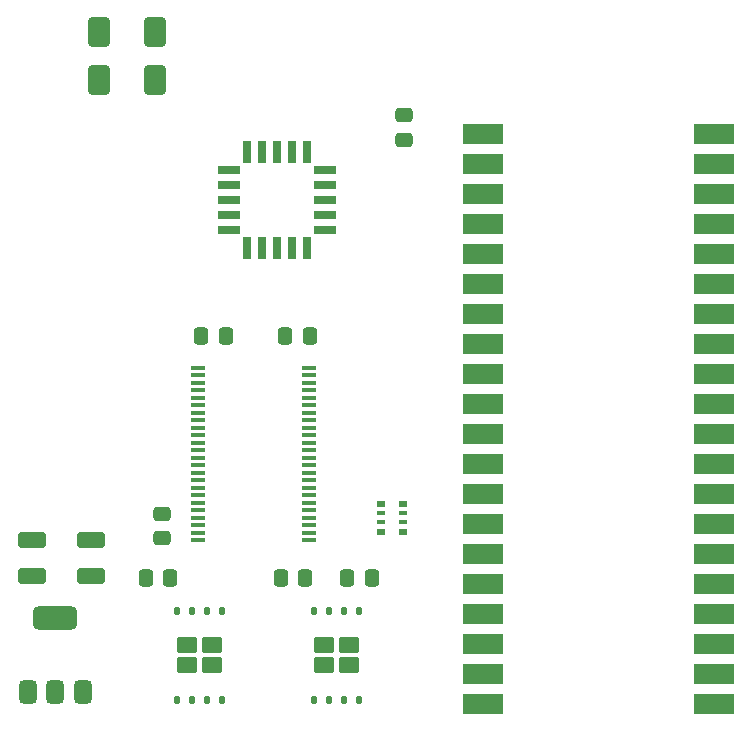
<source format=gtp>
G04 #@! TF.GenerationSoftware,KiCad,Pcbnew,8.0.9*
G04 #@! TF.CreationDate,2025-05-10T12:34:34+01:00*
G04 #@! TF.ProjectId,megaflash,6d656761-666c-4617-9368-2e6b69636164,rev?*
G04 #@! TF.SameCoordinates,Original*
G04 #@! TF.FileFunction,Paste,Top*
G04 #@! TF.FilePolarity,Positive*
%FSLAX46Y46*%
G04 Gerber Fmt 4.6, Leading zero omitted, Abs format (unit mm)*
G04 Created by KiCad (PCBNEW 8.0.9) date 2025-05-10 12:34:34*
%MOMM*%
%LPD*%
G01*
G04 APERTURE LIST*
G04 Aperture macros list*
%AMRoundRect*
0 Rectangle with rounded corners*
0 $1 Rounding radius*
0 $2 $3 $4 $5 $6 $7 $8 $9 X,Y pos of 4 corners*
0 Add a 4 corners polygon primitive as box body*
4,1,4,$2,$3,$4,$5,$6,$7,$8,$9,$2,$3,0*
0 Add four circle primitives for the rounded corners*
1,1,$1+$1,$2,$3*
1,1,$1+$1,$4,$5*
1,1,$1+$1,$6,$7*
1,1,$1+$1,$8,$9*
0 Add four rect primitives between the rounded corners*
20,1,$1+$1,$2,$3,$4,$5,0*
20,1,$1+$1,$4,$5,$6,$7,0*
20,1,$1+$1,$6,$7,$8,$9,0*
20,1,$1+$1,$8,$9,$2,$3,0*%
G04 Aperture macros list end*
%ADD10R,3.500000X1.700000*%
%ADD11R,1.200000X0.400000*%
%ADD12RoundRect,0.250000X0.337500X0.475000X-0.337500X0.475000X-0.337500X-0.475000X0.337500X-0.475000X0*%
%ADD13RoundRect,0.250000X0.615000X-0.435000X0.615000X0.435000X-0.615000X0.435000X-0.615000X-0.435000X0*%
%ADD14RoundRect,0.125000X0.125000X-0.200000X0.125000X0.200000X-0.125000X0.200000X-0.125000X-0.200000X0*%
%ADD15RoundRect,0.250000X0.925000X-0.412500X0.925000X0.412500X-0.925000X0.412500X-0.925000X-0.412500X0*%
%ADD16RoundRect,0.375000X0.375000X-0.625000X0.375000X0.625000X-0.375000X0.625000X-0.375000X-0.625000X0*%
%ADD17RoundRect,0.500000X1.400000X-0.500000X1.400000X0.500000X-1.400000X0.500000X-1.400000X-0.500000X0*%
%ADD18R,0.700000X1.925000*%
%ADD19R,1.925000X0.700000*%
%ADD20RoundRect,0.250000X-0.337500X-0.475000X0.337500X-0.475000X0.337500X0.475000X-0.337500X0.475000X0*%
%ADD21RoundRect,0.250000X-0.475000X0.337500X-0.475000X-0.337500X0.475000X-0.337500X0.475000X0.337500X0*%
%ADD22RoundRect,0.250000X-0.650000X1.000000X-0.650000X-1.000000X0.650000X-1.000000X0.650000X1.000000X0*%
%ADD23R,0.800000X0.500000*%
%ADD24R,0.800000X0.400000*%
G04 APERTURE END LIST*
D10*
X130790000Y-112130000D03*
X130790000Y-109590000D03*
X130790000Y-107050000D03*
X130790000Y-104510000D03*
X130790000Y-101970000D03*
X130790000Y-99430000D03*
X130790000Y-96890000D03*
X130790000Y-94350000D03*
X130790000Y-91810000D03*
X130790000Y-89270000D03*
X130790000Y-86730000D03*
X130790000Y-84190000D03*
X130790000Y-81650000D03*
X130790000Y-79110000D03*
X130790000Y-76570000D03*
X130790000Y-74030000D03*
X130790000Y-71490000D03*
X130790000Y-68950000D03*
X130790000Y-66410000D03*
X130790000Y-63870000D03*
X111210000Y-63870000D03*
X111210000Y-66410000D03*
X111210000Y-68950000D03*
X111210000Y-71490000D03*
X111210000Y-74030000D03*
X111210000Y-76570000D03*
X111210000Y-79110000D03*
X111210000Y-81650000D03*
X111210000Y-84190000D03*
X111210000Y-86730000D03*
X111210000Y-89270000D03*
X111210000Y-91810000D03*
X111210000Y-94350000D03*
X111210000Y-96890000D03*
X111210000Y-99430000D03*
X111210000Y-101970000D03*
X111210000Y-104510000D03*
X111210000Y-107050000D03*
X111210000Y-109590000D03*
X111210000Y-112130000D03*
D11*
X96500000Y-98302500D03*
X96500000Y-97667500D03*
X96500000Y-97032500D03*
X96500000Y-96397500D03*
X96500000Y-95762500D03*
X96500000Y-95127500D03*
X96500000Y-94492500D03*
X96500000Y-93857500D03*
X96500000Y-93222500D03*
X96500000Y-92587500D03*
X96500000Y-91952500D03*
X96500000Y-91317500D03*
X96500000Y-90682500D03*
X96500000Y-90047500D03*
X96500000Y-89412500D03*
X96500000Y-88777500D03*
X96500000Y-88142500D03*
X96500000Y-87507500D03*
X96500000Y-86872500D03*
X96500000Y-86237500D03*
X96500000Y-85602500D03*
X96500000Y-84967500D03*
X96500000Y-84332500D03*
X96500000Y-83697500D03*
X87100000Y-83697500D03*
X87100000Y-84332500D03*
X87100000Y-84967500D03*
X87100000Y-85602500D03*
X87100000Y-86237500D03*
X87100000Y-86872500D03*
X87100000Y-87507500D03*
X87100000Y-88142500D03*
X87100000Y-88777500D03*
X87100000Y-89412500D03*
X87100000Y-90047500D03*
X87100000Y-90682500D03*
X87100000Y-91317500D03*
X87100000Y-91952500D03*
X87100000Y-92587500D03*
X87100000Y-93222500D03*
X87100000Y-93857500D03*
X87100000Y-94492500D03*
X87100000Y-95127500D03*
X87100000Y-95762500D03*
X87100000Y-96397500D03*
X87100000Y-97032500D03*
X87100000Y-97667500D03*
X87100000Y-98302500D03*
D12*
X96137500Y-101500000D03*
X94062500Y-101500000D03*
D13*
X97725000Y-108900000D03*
X99875000Y-108900000D03*
X97725000Y-107200000D03*
X99875000Y-107200000D03*
D14*
X96895000Y-111800000D03*
X98165000Y-111800000D03*
X99435000Y-111800000D03*
X100705000Y-111800000D03*
X100705000Y-104300000D03*
X99435000Y-104300000D03*
X98165000Y-104300000D03*
X96895000Y-104300000D03*
D15*
X73000000Y-101337500D03*
X73000000Y-98262500D03*
D12*
X101775000Y-101500000D03*
X99700000Y-101500000D03*
D16*
X72700000Y-111150000D03*
X75000000Y-111150000D03*
D17*
X75000000Y-104850000D03*
D16*
X77300000Y-111150000D03*
D12*
X84737500Y-101500000D03*
X82662500Y-101500000D03*
D18*
X93750000Y-65447500D03*
X92480000Y-65447500D03*
X91210000Y-65447500D03*
D19*
X89697500Y-66960000D03*
X89697500Y-68230000D03*
X89697500Y-69500000D03*
X89697500Y-70770000D03*
X89697500Y-72040000D03*
D18*
X91210000Y-73552500D03*
X92480000Y-73552500D03*
X93750000Y-73552500D03*
X95020000Y-73552500D03*
X96290000Y-73552500D03*
D19*
X97802500Y-72040000D03*
X97802500Y-70770000D03*
X97802500Y-69500000D03*
X97802500Y-68230000D03*
X97802500Y-66960000D03*
D18*
X96290000Y-65447500D03*
X95020000Y-65447500D03*
D20*
X94462500Y-81000000D03*
X96537500Y-81000000D03*
D21*
X84000000Y-96062500D03*
X84000000Y-98137500D03*
D22*
X78700000Y-55300000D03*
X78700000Y-59300000D03*
D21*
X104500000Y-62325000D03*
X104500000Y-64400000D03*
D15*
X78000000Y-101337500D03*
X78000000Y-98262500D03*
D23*
X102600000Y-95200000D03*
D24*
X102600000Y-96000000D03*
X102600000Y-96800000D03*
D23*
X102600000Y-97600000D03*
X104400000Y-97600000D03*
D24*
X104400000Y-96800000D03*
X104400000Y-96000000D03*
D23*
X104400000Y-95200000D03*
D13*
X86125000Y-108900000D03*
X88275000Y-108900000D03*
X86125000Y-107200000D03*
X88275000Y-107200000D03*
D14*
X85295000Y-111800000D03*
X86565000Y-111800000D03*
X87835000Y-111800000D03*
X89105000Y-111800000D03*
X89105000Y-104300000D03*
X87835000Y-104300000D03*
X86565000Y-104300000D03*
X85295000Y-104300000D03*
D20*
X87362500Y-81000000D03*
X89437500Y-81000000D03*
D22*
X83400000Y-55300000D03*
X83400000Y-59300000D03*
M02*

</source>
